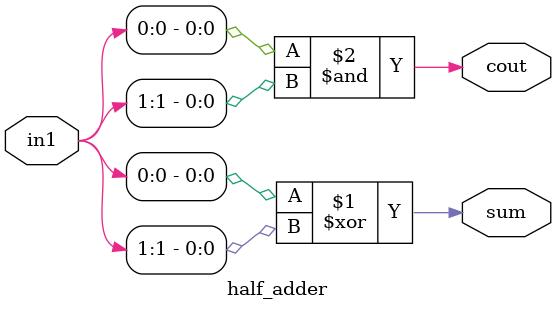
<source format=v>
`timescale 1ns / 1ps
module half_adder(in1, sum, cout);

input [1:0] in1 ;
output sum ;
output cout ;


assign sum = (in1[0] ^in1[1]);
assign cout = (in1[0] &in1[1]) ;

endmodule

</source>
